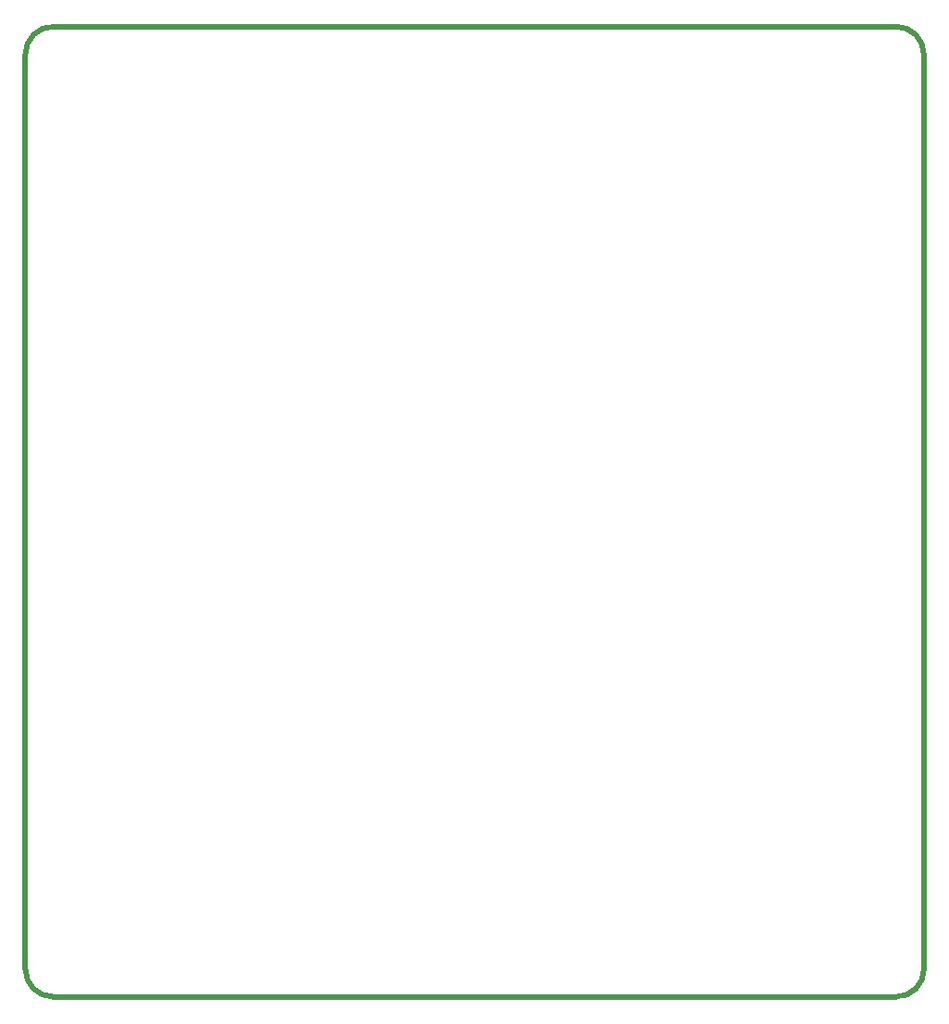
<source format=gbr>
%TF.GenerationSoftware,Altium Limited,Altium Designer,20.0.11 (256)*%
G04 Layer_Color=16711935*
%FSLAX26Y26*%
%MOIN*%
%TF.FileFunction,Keep-out,Top*%
%TF.Part,Single*%
G01*
G75*
%TA.AperFunction,NonConductor*%
%ADD90C,0.010000*%
%ADD158C,0.020000*%
D90*
X3235000Y3390000D02*
G03*
X3135000Y3490000I-100000J0D01*
G01*
X100000D02*
G03*
X0Y3390000I0J-100000D01*
G01*
Y100000D02*
G03*
X100000Y0I100000J-0D01*
G01*
X3135000Y0D02*
G03*
X3235000Y100000I0J100000D01*
G01*
X3235000D02*
Y3390000D01*
X100000Y3490000D02*
X3135000D01*
X0Y100000D02*
Y3390000D01*
X100000Y0D02*
X3135000D01*
D158*
X3235000Y3390000D02*
G03*
X3135000Y3490000I-100000J0D01*
G01*
X100000D02*
G03*
X0Y3390000I0J-100000D01*
G01*
Y100000D02*
G03*
X100000Y0I100000J-0D01*
G01*
X3135000Y0D02*
G03*
X3235000Y100000I0J100000D01*
G01*
X3235000D02*
Y3390000D01*
X100000Y3490000D02*
X3135000D01*
X0Y100000D02*
Y3390000D01*
X100000Y0D02*
X3135000D01*
%TF.MD5,cff9157f2485c4db8d2ecf8e0d4467dd*%
M02*

</source>
